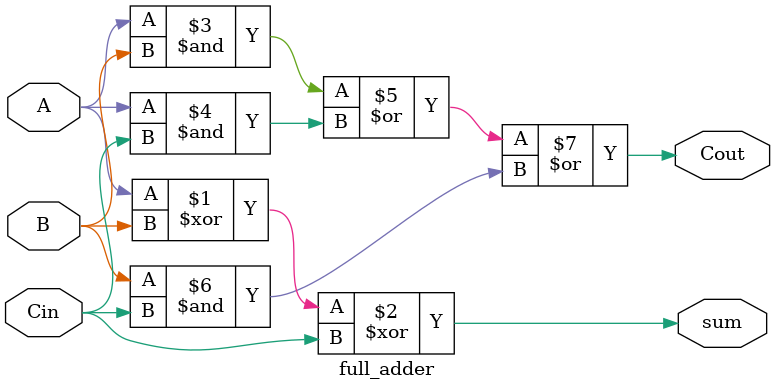
<source format=v>
`timescale 1ns / 1ps

module full_adder(
    input A, 
    input B, 
    input Cin, 
    output sum, 
    output Cout
    );
    
    assign sum = A ^ B ^ Cin; 
    assign Cout = (A&B) | (A&Cin) | (B&Cin);
    
endmodule

</source>
